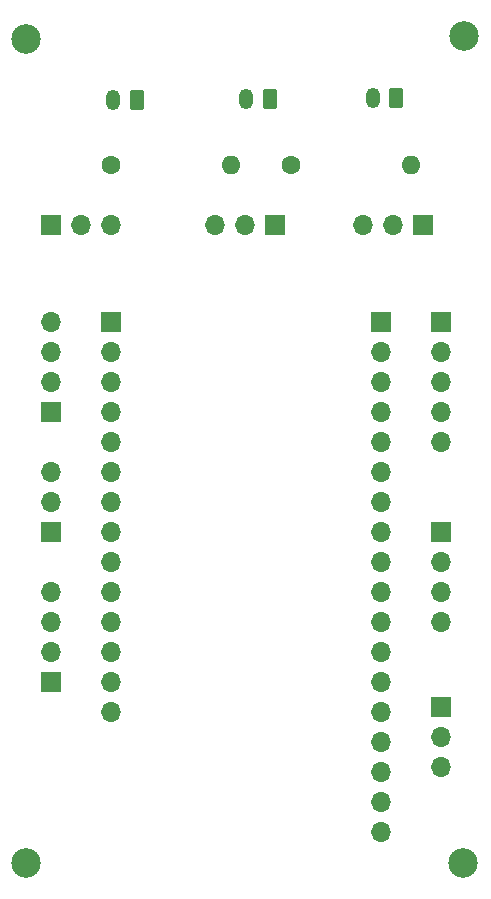
<source format=gbr>
%TF.GenerationSoftware,KiCad,Pcbnew,6.0.7-f9a2dced07~116~ubuntu20.04.1*%
%TF.CreationDate,2022-07-30T18:15:20+02:00*%
%TF.ProjectId,fatrug,66617472-7567-42e6-9b69-6361645f7063,rev?*%
%TF.SameCoordinates,Original*%
%TF.FileFunction,Soldermask,Bot*%
%TF.FilePolarity,Negative*%
%FSLAX46Y46*%
G04 Gerber Fmt 4.6, Leading zero omitted, Abs format (unit mm)*
G04 Created by KiCad (PCBNEW 6.0.7-f9a2dced07~116~ubuntu20.04.1) date 2022-07-30 18:15:20*
%MOMM*%
%LPD*%
G01*
G04 APERTURE LIST*
G04 Aperture macros list*
%AMRoundRect*
0 Rectangle with rounded corners*
0 $1 Rounding radius*
0 $2 $3 $4 $5 $6 $7 $8 $9 X,Y pos of 4 corners*
0 Add a 4 corners polygon primitive as box body*
4,1,4,$2,$3,$4,$5,$6,$7,$8,$9,$2,$3,0*
0 Add four circle primitives for the rounded corners*
1,1,$1+$1,$2,$3*
1,1,$1+$1,$4,$5*
1,1,$1+$1,$6,$7*
1,1,$1+$1,$8,$9*
0 Add four rect primitives between the rounded corners*
20,1,$1+$1,$2,$3,$4,$5,0*
20,1,$1+$1,$4,$5,$6,$7,0*
20,1,$1+$1,$6,$7,$8,$9,0*
20,1,$1+$1,$8,$9,$2,$3,0*%
G04 Aperture macros list end*
%ADD10R,1.700000X1.700000*%
%ADD11O,1.700000X1.700000*%
%ADD12RoundRect,0.250000X0.350000X0.625000X-0.350000X0.625000X-0.350000X-0.625000X0.350000X-0.625000X0*%
%ADD13O,1.200000X1.750000*%
%ADD14C,2.500000*%
%ADD15C,1.600000*%
%ADD16O,1.600000X1.600000*%
G04 APERTURE END LIST*
D10*
%TO.C,J14*%
X63525000Y-77705000D03*
D11*
X63525000Y-75165000D03*
X63525000Y-72625000D03*
%TD*%
D10*
%TO.C,J6*%
X91435000Y-59895000D03*
D11*
X91435000Y-62435000D03*
X91435000Y-64975000D03*
X91435000Y-67515000D03*
X91435000Y-70055000D03*
X91435000Y-72595000D03*
X91435000Y-75135000D03*
X91435000Y-77675000D03*
X91435000Y-80215000D03*
X91435000Y-82755000D03*
X91435000Y-85295000D03*
X91435000Y-87835000D03*
X91435000Y-90375000D03*
X91435000Y-92915000D03*
X91435000Y-95455000D03*
X91435000Y-97995000D03*
X91435000Y-100535000D03*
X91435000Y-103075000D03*
%TD*%
D12*
%TO.C,J3*%
X70775000Y-41150000D03*
D13*
X68775000Y-41150000D03*
%TD*%
D12*
%TO.C,J2*%
X82010000Y-41025000D03*
D13*
X80010000Y-41025000D03*
%TD*%
D12*
%TO.C,J1*%
X92750000Y-40975000D03*
D13*
X90750000Y-40975000D03*
%TD*%
D14*
%TO.C,H4*%
X61425000Y-35975000D03*
%TD*%
%TO.C,H3*%
X98500000Y-35725000D03*
%TD*%
%TO.C,H2*%
X61425000Y-105725000D03*
%TD*%
%TO.C,H1*%
X98425000Y-105725000D03*
%TD*%
D10*
%TO.C,J13*%
X82500000Y-51750000D03*
D11*
X79960000Y-51750000D03*
X77420000Y-51750000D03*
%TD*%
D10*
%TO.C,J12*%
X95000000Y-51750000D03*
D11*
X92460000Y-51750000D03*
X89920000Y-51750000D03*
%TD*%
D10*
%TO.C,J11*%
X96515000Y-59895000D03*
D11*
X96515000Y-62435000D03*
X96515000Y-64975000D03*
X96515000Y-67515000D03*
X96515000Y-70055000D03*
%TD*%
%TO.C,J10*%
X68560000Y-51750000D03*
X66020000Y-51750000D03*
D10*
X63480000Y-51750000D03*
%TD*%
%TO.C,J9*%
X63495000Y-67515000D03*
D11*
X63495000Y-64975000D03*
X63495000Y-62435000D03*
X63495000Y-59895000D03*
%TD*%
D15*
%TO.C,R2*%
X83800000Y-46670000D03*
D16*
X93960000Y-46670000D03*
%TD*%
%TO.C,R1*%
X78720000Y-46670000D03*
D15*
X68560000Y-46670000D03*
%TD*%
D10*
%TO.C,J8*%
X96515000Y-77675000D03*
D11*
X96515000Y-80215000D03*
X96515000Y-82755000D03*
X96515000Y-85295000D03*
%TD*%
%TO.C,J7*%
X96500000Y-97580000D03*
X96500000Y-95040000D03*
D10*
X96500000Y-92500000D03*
%TD*%
%TO.C,J5*%
X68575000Y-59895000D03*
D11*
X68575000Y-62435000D03*
X68575000Y-64975000D03*
X68575000Y-67515000D03*
X68575000Y-70055000D03*
X68575000Y-72595000D03*
X68575000Y-75135000D03*
X68575000Y-77675000D03*
X68575000Y-80215000D03*
X68575000Y-82755000D03*
X68575000Y-85295000D03*
X68575000Y-87835000D03*
X68575000Y-90375000D03*
X68575000Y-92915000D03*
%TD*%
D10*
%TO.C,J4*%
X63495000Y-90375000D03*
D11*
X63495000Y-87835000D03*
X63495000Y-85295000D03*
X63495000Y-82755000D03*
%TD*%
M02*

</source>
